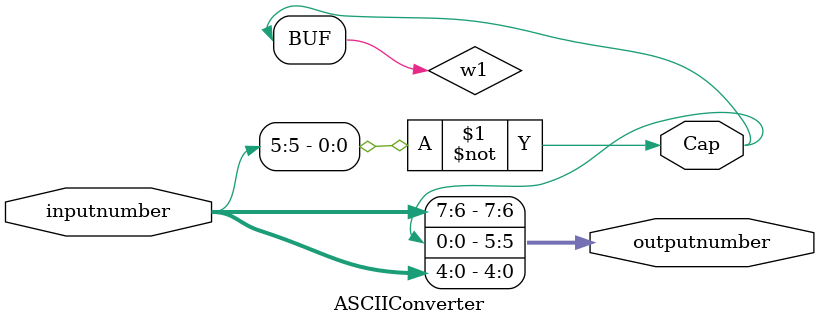
<source format=v>
`timescale 1ns / 1ps
module ASCIIConverter(
    input [7:0] inputnumber,
    output [7:0] outputnumber,
    output Cap
    );
	 wire w1;
not n2(w1 , inputnumber[5]);
buf b1(outputnumber[0] , inputnumber[0]);
buf b2(outputnumber[1] , inputnumber[1]);
buf b3(outputnumber[2] , inputnumber[2]);
buf b4(outputnumber[3] , inputnumber[3]);
buf b5(outputnumber[4] , inputnumber[4]);
buf b6(outputnumber[6] , inputnumber[6]);
buf b7(outputnumber[7] , inputnumber[7]);
buf b8(Cap , w1);
buf b9(outputnumber[5] , w1); 

endmodule

</source>
